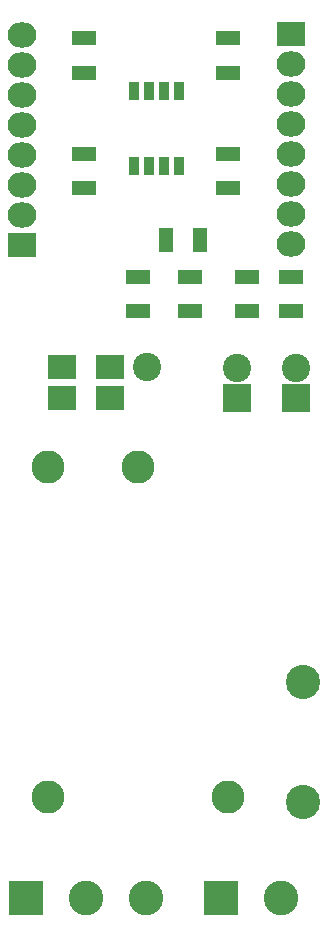
<source format=gbr>
G04 #@! TF.FileFunction,Soldermask,Top*
%FSLAX46Y46*%
G04 Gerber Fmt 4.6, Leading zero omitted, Abs format (unit mm)*
G04 Created by KiCad (PCBNEW 4.0.2+dfsg1-stable) date mar 17 jul 2018 09:31:31 CEST*
%MOMM*%
G01*
G04 APERTURE LIST*
%ADD10C,0.100000*%
%ADD11R,2.400000X2.400000*%
%ADD12C,2.400000*%
%ADD13C,2.900000*%
%ADD14R,2.940000X2.940000*%
%ADD15C,2.940000*%
%ADD16C,2.398980*%
%ADD17R,0.908000X1.543000*%
%ADD18R,2.400000X2.000000*%
%ADD19R,2.100000X1.300000*%
%ADD20R,1.300000X2.100000*%
%ADD21R,2.432000X2.127200*%
%ADD22O,2.432000X2.127200*%
%ADD23C,2.800000*%
G04 APERTURE END LIST*
D10*
D11*
X127110000Y-85920000D03*
D12*
X127110000Y-83380000D03*
D11*
X132110000Y-85920000D03*
D12*
X132110000Y-83380000D03*
D13*
X132710000Y-120120000D03*
X132710000Y-109960000D03*
D14*
X125730000Y-128270000D03*
D15*
X130810000Y-128270000D03*
D14*
X109220000Y-128270000D03*
D15*
X114300000Y-128270000D03*
X119380000Y-128270000D03*
D16*
X119510000Y-83320000D03*
D17*
X122215000Y-66295000D03*
X120945000Y-66295000D03*
X119675000Y-66295000D03*
X118405000Y-66295000D03*
X118405000Y-59945000D03*
X119675000Y-59945000D03*
X120945000Y-59945000D03*
X122215000Y-59945000D03*
D18*
X116310000Y-85920000D03*
X112310000Y-85920000D03*
X116310000Y-83320000D03*
X112310000Y-83320000D03*
D19*
X126310000Y-65270000D03*
X126310000Y-68170000D03*
X114110000Y-65270000D03*
X114110000Y-68170000D03*
X114110000Y-58370000D03*
X114110000Y-55470000D03*
X126310000Y-58370000D03*
X126310000Y-55470000D03*
X118710000Y-75670000D03*
X118710000Y-78570000D03*
X127910000Y-78570000D03*
X127910000Y-75670000D03*
X131710000Y-78570000D03*
X131710000Y-75670000D03*
X123110000Y-78570000D03*
X123110000Y-75670000D03*
D20*
X121060000Y-72520000D03*
X123960000Y-72520000D03*
D21*
X131710000Y-55120000D03*
D22*
X131710000Y-57660000D03*
X131710000Y-60200000D03*
X131710000Y-62740000D03*
X131710000Y-65280000D03*
X131710000Y-67820000D03*
X131710000Y-70360000D03*
X131710000Y-72900000D03*
D21*
X108910000Y-72920000D03*
D22*
X108910000Y-70380000D03*
X108910000Y-67840000D03*
X108910000Y-65300000D03*
X108910000Y-62760000D03*
X108910000Y-60220000D03*
X108910000Y-57680000D03*
X108910000Y-55140000D03*
D23*
X111110000Y-119720000D03*
X126310000Y-119720000D03*
X111110000Y-91720000D03*
X118710000Y-91720000D03*
M02*

</source>
